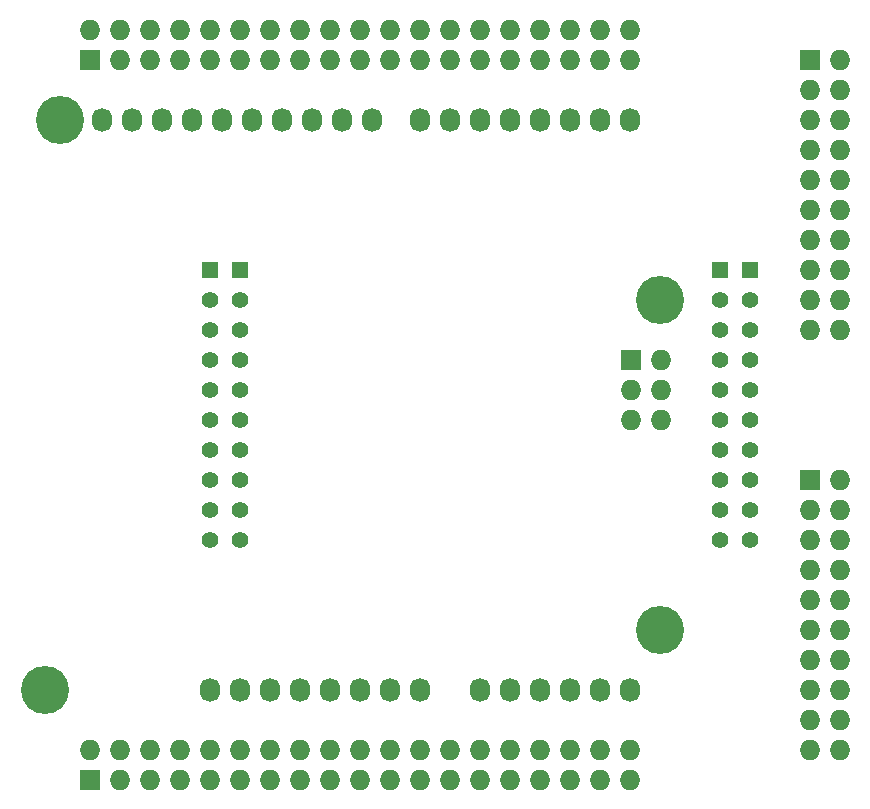
<source format=gbs>
G04 #@! TF.FileFunction,Soldermask,Bot*
%FSLAX46Y46*%
G04 Gerber Fmt 4.6, Leading zero omitted, Abs format (unit mm)*
G04 Created by KiCad (PCBNEW 4.0.2-stable) date 12/8/2016 2:04:04 PM*
%MOMM*%
G01*
G04 APERTURE LIST*
%ADD10C,0.150000*%
%ADD11R,1.727200X1.727200*%
%ADD12O,1.727200X1.727200*%
%ADD13R,1.397000X1.397000*%
%ADD14C,1.397000*%
%ADD15O,1.727200X2.032000*%
%ADD16C,4.064000*%
G04 APERTURE END LIST*
D10*
D11*
X259588000Y-157480000D03*
D12*
X262128000Y-157480000D03*
X259588000Y-160020000D03*
X262128000Y-160020000D03*
X259588000Y-162560000D03*
X262128000Y-162560000D03*
X259588000Y-165100000D03*
X262128000Y-165100000D03*
X259588000Y-167640000D03*
X262128000Y-167640000D03*
X259588000Y-170180000D03*
X262128000Y-170180000D03*
X259588000Y-172720000D03*
X262128000Y-172720000D03*
X259588000Y-175260000D03*
X262128000Y-175260000D03*
X259588000Y-177800000D03*
X262128000Y-177800000D03*
X259588000Y-180340000D03*
X262128000Y-180340000D03*
D13*
X208788000Y-139700000D03*
D14*
X208788000Y-142240000D03*
X208788000Y-144780000D03*
X208788000Y-147320000D03*
X208788000Y-149860000D03*
X208788000Y-152400000D03*
X208788000Y-154940000D03*
X208788000Y-157480000D03*
X208788000Y-160020000D03*
X208788000Y-162560000D03*
D13*
X254508000Y-139700000D03*
D14*
X254508000Y-142240000D03*
X254508000Y-144780000D03*
X254508000Y-147320000D03*
X254508000Y-149860000D03*
X254508000Y-152400000D03*
X254508000Y-154940000D03*
X254508000Y-157480000D03*
X254508000Y-160020000D03*
X254508000Y-162560000D03*
D13*
X211328000Y-139700000D03*
D14*
X211328000Y-142240000D03*
X211328000Y-144780000D03*
X211328000Y-147320000D03*
X211328000Y-149860000D03*
X211328000Y-152400000D03*
X211328000Y-154940000D03*
X211328000Y-157480000D03*
X211328000Y-160020000D03*
X211328000Y-162560000D03*
D13*
X251968000Y-139700000D03*
D14*
X251968000Y-142240000D03*
X251968000Y-144780000D03*
X251968000Y-147320000D03*
X251968000Y-149860000D03*
X251968000Y-152400000D03*
X251968000Y-154940000D03*
X251968000Y-157480000D03*
X251968000Y-160020000D03*
X251968000Y-162560000D03*
D15*
X208788000Y-175260000D03*
X211328000Y-175260000D03*
X213868000Y-175260000D03*
X216408000Y-175260000D03*
X218948000Y-175260000D03*
X221488000Y-175260000D03*
X224028000Y-175260000D03*
X226568000Y-175260000D03*
X231648000Y-175260000D03*
X234188000Y-175260000D03*
X236728000Y-175260000D03*
X239268000Y-175260000D03*
X241808000Y-175260000D03*
X244348000Y-175260000D03*
X199644000Y-127000000D03*
X202184000Y-127000000D03*
X204724000Y-127000000D03*
X207264000Y-127000000D03*
X209804000Y-127000000D03*
X212344000Y-127000000D03*
X214884000Y-127000000D03*
X217424000Y-127000000D03*
X219964000Y-127000000D03*
X222504000Y-127000000D03*
X226568000Y-127000000D03*
X229108000Y-127000000D03*
X231648000Y-127000000D03*
X234188000Y-127000000D03*
X236728000Y-127000000D03*
X239268000Y-127000000D03*
X241808000Y-127000000D03*
X244348000Y-127000000D03*
D16*
X194818000Y-175260000D03*
X246888000Y-170180000D03*
X196088000Y-127000000D03*
X246888000Y-142240000D03*
D11*
X244475000Y-147320000D03*
D12*
X247015000Y-147320000D03*
X244475000Y-149860000D03*
X247015000Y-149860000D03*
X244475000Y-152400000D03*
X247015000Y-152400000D03*
D11*
X198628000Y-182880000D03*
D12*
X198628000Y-180340000D03*
X201168000Y-182880000D03*
X201168000Y-180340000D03*
X203708000Y-182880000D03*
X203708000Y-180340000D03*
X206248000Y-182880000D03*
X206248000Y-180340000D03*
X208788000Y-182880000D03*
X208788000Y-180340000D03*
X211328000Y-182880000D03*
X211328000Y-180340000D03*
X213868000Y-182880000D03*
X213868000Y-180340000D03*
X216408000Y-182880000D03*
X216408000Y-180340000D03*
X218948000Y-182880000D03*
X218948000Y-180340000D03*
X221488000Y-182880000D03*
X221488000Y-180340000D03*
X224028000Y-182880000D03*
X224028000Y-180340000D03*
X226568000Y-182880000D03*
X226568000Y-180340000D03*
X229108000Y-182880000D03*
X229108000Y-180340000D03*
X231648000Y-182880000D03*
X231648000Y-180340000D03*
X234188000Y-182880000D03*
X234188000Y-180340000D03*
X236728000Y-182880000D03*
X236728000Y-180340000D03*
X239268000Y-182880000D03*
X239268000Y-180340000D03*
X241808000Y-182880000D03*
X241808000Y-180340000D03*
X244348000Y-182880000D03*
X244348000Y-180340000D03*
D11*
X198628000Y-121920000D03*
D12*
X198628000Y-119380000D03*
X201168000Y-121920000D03*
X201168000Y-119380000D03*
X203708000Y-121920000D03*
X203708000Y-119380000D03*
X206248000Y-121920000D03*
X206248000Y-119380000D03*
X208788000Y-121920000D03*
X208788000Y-119380000D03*
X211328000Y-121920000D03*
X211328000Y-119380000D03*
X213868000Y-121920000D03*
X213868000Y-119380000D03*
X216408000Y-121920000D03*
X216408000Y-119380000D03*
X218948000Y-121920000D03*
X218948000Y-119380000D03*
X221488000Y-121920000D03*
X221488000Y-119380000D03*
X224028000Y-121920000D03*
X224028000Y-119380000D03*
X226568000Y-121920000D03*
X226568000Y-119380000D03*
X229108000Y-121920000D03*
X229108000Y-119380000D03*
X231648000Y-121920000D03*
X231648000Y-119380000D03*
X234188000Y-121920000D03*
X234188000Y-119380000D03*
X236728000Y-121920000D03*
X236728000Y-119380000D03*
X239268000Y-121920000D03*
X239268000Y-119380000D03*
X241808000Y-121920000D03*
X241808000Y-119380000D03*
X244348000Y-121920000D03*
X244348000Y-119380000D03*
D11*
X259588000Y-121920000D03*
D12*
X262128000Y-121920000D03*
X259588000Y-124460000D03*
X262128000Y-124460000D03*
X259588000Y-127000000D03*
X262128000Y-127000000D03*
X259588000Y-129540000D03*
X262128000Y-129540000D03*
X259588000Y-132080000D03*
X262128000Y-132080000D03*
X259588000Y-134620000D03*
X262128000Y-134620000D03*
X259588000Y-137160000D03*
X262128000Y-137160000D03*
X259588000Y-139700000D03*
X262128000Y-139700000D03*
X259588000Y-142240000D03*
X262128000Y-142240000D03*
X259588000Y-144780000D03*
X262128000Y-144780000D03*
M02*

</source>
